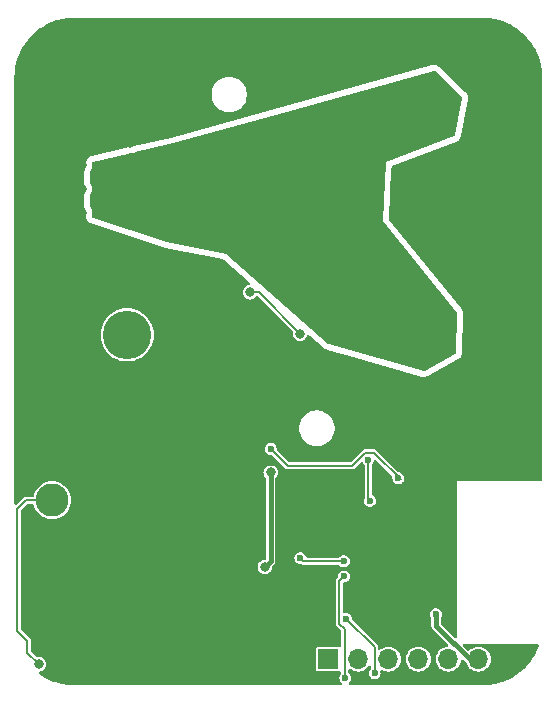
<source format=gbr>
%TF.GenerationSoftware,KiCad,Pcbnew,7.0.7*%
%TF.CreationDate,2023-09-08T11:43:04+10:00*%
%TF.ProjectId,JonoBro,4a6f6e6f-4272-46f2-9e6b-696361645f70,rev?*%
%TF.SameCoordinates,Original*%
%TF.FileFunction,Copper,L2,Bot*%
%TF.FilePolarity,Positive*%
%FSLAX46Y46*%
G04 Gerber Fmt 4.6, Leading zero omitted, Abs format (unit mm)*
G04 Created by KiCad (PCBNEW 7.0.7) date 2023-09-08 11:43:04*
%MOMM*%
%LPD*%
G01*
G04 APERTURE LIST*
%TA.AperFunction,ComponentPad*%
%ADD10R,1.700000X1.700000*%
%TD*%
%TA.AperFunction,ComponentPad*%
%ADD11O,1.700000X1.700000*%
%TD*%
%TA.AperFunction,ComponentPad*%
%ADD12C,2.800000*%
%TD*%
%TA.AperFunction,ComponentPad*%
%ADD13R,2.000000X0.900000*%
%TD*%
%TA.AperFunction,ComponentPad*%
%ADD14R,4.100000X4.100000*%
%TD*%
%TA.AperFunction,ComponentPad*%
%ADD15C,4.100000*%
%TD*%
%TA.AperFunction,ViaPad*%
%ADD16C,0.800000*%
%TD*%
%TA.AperFunction,ViaPad*%
%ADD17C,0.600000*%
%TD*%
%TA.AperFunction,Conductor*%
%ADD18C,0.400000*%
%TD*%
%TA.AperFunction,Conductor*%
%ADD19C,0.200000*%
%TD*%
G04 APERTURE END LIST*
D10*
%TO.P,J5,1,Pin_1*%
%TO.N,GND*%
X144974320Y-118053731D03*
D11*
%TO.P,J5,2,Pin_2*%
%TO.N,unconnected-(J5-Pin_2-Pad2)*%
X147514320Y-118053731D03*
%TO.P,J5,3,Pin_3*%
%TO.N,Net-(J5-Pin_3)*%
X150054320Y-118053731D03*
%TO.P,J5,4,Pin_4*%
%TO.N,Net-(J5-Pin_4)*%
X152594320Y-118053731D03*
%TO.P,J5,5,Pin_5*%
%TO.N,unconnected-(J5-Pin_5-Pad5)*%
X155134320Y-118053731D03*
%TO.P,J5,6,Pin_6*%
%TO.N,+3.3V*%
X157674320Y-118053731D03*
%TD*%
D12*
%TO.P,TP3,1,1*%
%TO.N,SWITCH*%
X121600000Y-104600000D03*
%TD*%
D13*
%TO.P,J1,1,Pin_1*%
%TO.N,+12V*%
X121850000Y-81571987D03*
D14*
X127850000Y-71221987D03*
D13*
X121850000Y-68071987D03*
D15*
%TO.P,J1,2,Pin_2*%
%TO.N,Net-(D4-A)*%
X127850000Y-78421987D03*
%TD*%
D13*
%TO.P,J2,1,Pin_1*%
%TO.N,+12V*%
X159138353Y-87503731D03*
D14*
X153138353Y-97853731D03*
D13*
X159138353Y-101003731D03*
D15*
%TO.P,J2,2,Pin_2*%
%TO.N,Net-(D4-A)*%
X153138353Y-90653731D03*
%TD*%
D13*
%TO.P,J4,1,Pin_1*%
%TO.N,+12V*%
X121950000Y-100950000D03*
D14*
X127950000Y-97800000D03*
D13*
X121950000Y-87450000D03*
D15*
%TO.P,J4,2,Pin_2*%
%TO.N,GND*%
X127950000Y-90600000D03*
%TD*%
D13*
%TO.P,J3,1,Pin_1*%
%TO.N,+12V*%
X159062574Y-68479017D03*
D14*
X153062574Y-78829017D03*
D13*
X159062574Y-81979017D03*
D15*
%TO.P,J3,2,Pin_2*%
%TO.N,Net-(D4-A)*%
X153062574Y-71629017D03*
%TD*%
D16*
%TO.N,+3.3V*%
X139588353Y-110253731D03*
D17*
X154088353Y-114253731D03*
D16*
X140088353Y-102253731D03*
D17*
%TO.N,MOSFET*%
X150901103Y-102728231D03*
X140088353Y-100253731D03*
D16*
%TO.N,+12V*%
X124800000Y-100600000D03*
X160088353Y-78253731D03*
X120500000Y-92262294D03*
X157088353Y-92253731D03*
X127690313Y-101105036D03*
X120500000Y-94253731D03*
X119500000Y-73000000D03*
X160088353Y-80253731D03*
X134088353Y-68253731D03*
X122088353Y-99253731D03*
X124088353Y-70253731D03*
X142088353Y-68253731D03*
X150688353Y-64653731D03*
X130088353Y-68253731D03*
X159088353Y-93253731D03*
X150688353Y-67053731D03*
X122682711Y-71327774D03*
X161634014Y-83253731D03*
X141338353Y-103503731D03*
X125088353Y-64809858D03*
X130658071Y-97203387D03*
X154088353Y-76253731D03*
X119205743Y-91500000D03*
X156088353Y-82253731D03*
X161634014Y-91253731D03*
X148088353Y-68253731D03*
X161634014Y-79253731D03*
X158088353Y-70253731D03*
X161634014Y-89253731D03*
X124088353Y-72253731D03*
X124088353Y-74253731D03*
X119500000Y-77500000D03*
X124088353Y-92253731D03*
X160088353Y-72253731D03*
X124088353Y-78253731D03*
X126088353Y-74253731D03*
X152338861Y-94837473D03*
X122682711Y-73253731D03*
X160088353Y-76253731D03*
X124088353Y-80253731D03*
X161634014Y-95253731D03*
X161634014Y-85253731D03*
X119205743Y-93500000D03*
X124088353Y-96253731D03*
X161634014Y-69253731D03*
X157088353Y-100253731D03*
X119500000Y-71000000D03*
X119205743Y-89232981D03*
X158088353Y-72253731D03*
X121088353Y-78253731D03*
X161634014Y-73253731D03*
X132728347Y-70231587D03*
X157088353Y-85253731D03*
X156088353Y-80253731D03*
X121088353Y-70253731D03*
X130088353Y-101105036D03*
X120314198Y-100253731D03*
X161634014Y-81253731D03*
X155088353Y-85253731D03*
X122088353Y-89253731D03*
X140088353Y-70253731D03*
X132728347Y-72253731D03*
X160088353Y-70253731D03*
X157088353Y-90253731D03*
X158088353Y-74253731D03*
X144088353Y-68253731D03*
X140088353Y-68253731D03*
X159091508Y-83593187D03*
X159088353Y-99253731D03*
X160088353Y-74253731D03*
X122640753Y-109728039D03*
X156088353Y-78253731D03*
X124600000Y-110000000D03*
X128088353Y-68253731D03*
X156532932Y-68359835D03*
X119205743Y-95500000D03*
X132088353Y-68253731D03*
X142088353Y-70253731D03*
X161634014Y-75253731D03*
X161634014Y-99253731D03*
X121088353Y-76253731D03*
X161634014Y-97253731D03*
X128000000Y-83200000D03*
X157088353Y-83593187D03*
X157088353Y-96253731D03*
X157088353Y-94253731D03*
X122682711Y-75253731D03*
X122682711Y-79253731D03*
X124088353Y-66253731D03*
X123423513Y-64809858D03*
X124088353Y-90253731D03*
X119500000Y-69000000D03*
X120500000Y-98253731D03*
X122088353Y-95253731D03*
X130710024Y-99575907D03*
X146088353Y-68253731D03*
X124088353Y-86253731D03*
X121500000Y-80000000D03*
X125088353Y-84253731D03*
X120500000Y-90237532D03*
X126088353Y-82253731D03*
X123088353Y-84253731D03*
X128213878Y-74320162D03*
X158088353Y-80253731D03*
X159088353Y-97253731D03*
X159088353Y-85253731D03*
X161634014Y-71253731D03*
X122682711Y-77253731D03*
X120314198Y-86253731D03*
X122088353Y-86253731D03*
X121088353Y-74253731D03*
X159088353Y-95253731D03*
X159088353Y-89253731D03*
X158088353Y-76253731D03*
X161634014Y-93253731D03*
X121088353Y-72253731D03*
X122088353Y-97253731D03*
X130277082Y-95211856D03*
X158088353Y-78253731D03*
X120500000Y-96253731D03*
X124088353Y-76253731D03*
X119205743Y-99000000D03*
X126534264Y-84400000D03*
X124088353Y-98253731D03*
X121088353Y-84253731D03*
X119500000Y-80000000D03*
X161634014Y-67198203D03*
X159088353Y-91253731D03*
X154511553Y-94837473D03*
X126088353Y-68253731D03*
X156088353Y-76253731D03*
X157088353Y-98253731D03*
X161634014Y-87253731D03*
X161634014Y-77253731D03*
X154088353Y-82253731D03*
X122088353Y-93253731D03*
X124088353Y-94253731D03*
X119500000Y-75500000D03*
X122088353Y-91253731D03*
X140088353Y-64453731D03*
X140888353Y-66653731D03*
D17*
%TO.N,SYS_LED*%
X146283741Y-109771572D03*
X142600305Y-109496581D03*
%TO.N,Net-(U2-EN{slash}CHIP_PU)*%
X148350650Y-101179231D03*
X148488353Y-104653731D03*
%TO.N,SWITCH*%
X146414570Y-119653731D03*
D16*
X120500000Y-118500000D03*
D17*
X146288353Y-111053731D03*
D16*
%TO.N,Net-(Q1-G)*%
X142588353Y-90503731D03*
X138338353Y-87003731D03*
D17*
%TO.N,Net-(U2-GPIO9)*%
X146488353Y-114653731D03*
X148888353Y-119253731D03*
D16*
%TO.N,Net-(D4-A)*%
X144088353Y-75253731D03*
X132652798Y-76446708D03*
X138088353Y-80253731D03*
X136088353Y-74253731D03*
X155253767Y-88988708D03*
X151677328Y-86868310D03*
X153000000Y-93000000D03*
X131000000Y-77500000D03*
X148088353Y-87253731D03*
X140088353Y-78253731D03*
X134088353Y-75653731D03*
X142088353Y-81253731D03*
X152088353Y-88253731D03*
X129050764Y-75661633D03*
X138088353Y-76253731D03*
X146088353Y-87253731D03*
X146088353Y-85253731D03*
X144088353Y-81253731D03*
X144088353Y-79253731D03*
X142088353Y-83253731D03*
X146088353Y-89253731D03*
X148088353Y-91253731D03*
X142088353Y-73253731D03*
X136088353Y-82253731D03*
X148088353Y-89253731D03*
X148088353Y-81253731D03*
X136088353Y-78253731D03*
X146088353Y-81253731D03*
X150088353Y-83253731D03*
X150088353Y-85253731D03*
X155050227Y-73211949D03*
X136088353Y-80253731D03*
X132652798Y-80253731D03*
X142088353Y-75253731D03*
X146088353Y-75253731D03*
X134088353Y-77253731D03*
X148088353Y-83253731D03*
X138088353Y-74253731D03*
X146088353Y-79253731D03*
X153743529Y-69110370D03*
X134088353Y-79253731D03*
X148088353Y-85253731D03*
X125699970Y-76518114D03*
X146088353Y-83253731D03*
X146088353Y-77253731D03*
X144088353Y-73253731D03*
X134088353Y-81253731D03*
X148088353Y-73253731D03*
X140716973Y-82086847D03*
X144088353Y-85253731D03*
X142088353Y-77253731D03*
X148088353Y-79253731D03*
X140242265Y-85910886D03*
X141059818Y-84855978D03*
X144088353Y-77253731D03*
X151661197Y-74609941D03*
X132652798Y-78253731D03*
X139088353Y-82253731D03*
X155540239Y-70725594D03*
X150088353Y-89253731D03*
X130688353Y-81353731D03*
X136088353Y-76253731D03*
X142088353Y-79253731D03*
X150088353Y-87253731D03*
X140088353Y-80253731D03*
X146088353Y-71253731D03*
X148088353Y-75253731D03*
X146088353Y-73253731D03*
X138088353Y-78253731D03*
X148088353Y-77253731D03*
X131000000Y-79500000D03*
X150088353Y-71253731D03*
X140088353Y-76253731D03*
X148088353Y-71253731D03*
X153985616Y-87713223D03*
X140088353Y-74253731D03*
X155150383Y-91780071D03*
X144088353Y-83253731D03*
X125564736Y-80079272D03*
%TD*%
D18*
%TO.N,+3.3V*%
X140088353Y-102253731D02*
X140088353Y-109753731D01*
X157112996Y-118253731D02*
X157674320Y-118253731D01*
X140088353Y-109753731D02*
X139588353Y-110253731D01*
X154088353Y-114253731D02*
X154088353Y-115229088D01*
X154088353Y-115229088D02*
X157112996Y-118253731D01*
D19*
%TO.N,MOSFET*%
X140088353Y-100253731D02*
X141528515Y-101693893D01*
X148102121Y-100579231D02*
X148839353Y-100579231D01*
X146987459Y-101693893D02*
X148102121Y-100579231D01*
X148839353Y-100579231D02*
X151088353Y-102828231D01*
X141528515Y-101693893D02*
X146987459Y-101693893D01*
%TO.N,SYS_LED*%
X142600305Y-109496581D02*
X142581203Y-109496581D01*
X142857455Y-109753731D02*
X142600305Y-109496581D01*
X146265900Y-109753731D02*
X142857455Y-109753731D01*
X142581203Y-109496581D02*
X142588353Y-109503731D01*
X146283741Y-109771572D02*
X146265900Y-109753731D01*
%TO.N,Net-(U2-EN{slash}CHIP_PU)*%
X148350650Y-104516028D02*
X148350650Y-101179231D01*
X148488353Y-104653731D02*
X148350650Y-104516028D01*
%TO.N,SWITCH*%
X146414570Y-119653731D02*
X146364320Y-119603481D01*
X145888353Y-111453731D02*
X146288353Y-111053731D01*
X145888353Y-115053731D02*
X145888353Y-111453731D01*
X146364320Y-115529698D02*
X145888353Y-115053731D01*
X118638331Y-105361669D02*
X118638331Y-115638331D01*
X146364320Y-119603481D02*
X146364320Y-115529698D01*
X118638331Y-115638331D02*
X119500000Y-116500000D01*
X119500000Y-117500000D02*
X120500000Y-118500000D01*
X119500000Y-116500000D02*
X119500000Y-117500000D01*
X121600000Y-104600000D02*
X119400000Y-104600000D01*
X119400000Y-104600000D02*
X118638331Y-105361669D01*
%TO.N,Net-(Q1-G)*%
X138338353Y-87003731D02*
X139088353Y-87003731D01*
X139088353Y-87003731D02*
X142588353Y-90503731D01*
%TO.N,Net-(U2-GPIO9)*%
X148888353Y-119253731D02*
X148888353Y-117053731D01*
X148888353Y-117053731D02*
X146488353Y-114653731D01*
%TD*%
%TA.AperFunction,Conductor*%
%TO.N,Net-(D4-A)*%
G36*
X153990314Y-68273613D02*
G01*
X154039267Y-68302431D01*
X156240126Y-70407601D01*
X156274965Y-70468166D01*
X156276414Y-70519391D01*
X155700815Y-73685187D01*
X155669455Y-73747624D01*
X155623328Y-73778740D01*
X149838352Y-76003731D01*
X149588352Y-81003729D01*
X149588353Y-81003731D01*
X155859270Y-88717954D01*
X155886283Y-88782391D01*
X155886997Y-88799816D01*
X155790426Y-92083231D01*
X155768779Y-92149663D01*
X155726700Y-92187981D01*
X153133147Y-93628844D01*
X153064984Y-93644194D01*
X153039056Y-93639733D01*
X145015291Y-91361380D01*
X144967318Y-91335249D01*
X136338353Y-83753731D01*
X136338352Y-83753730D01*
X131292163Y-82754485D01*
X131284667Y-82752507D01*
X125027684Y-80675577D01*
X124970259Y-80635775D01*
X124943469Y-80571245D01*
X124948816Y-80519576D01*
X124974027Y-80441987D01*
X124993813Y-80253731D01*
X124974027Y-80065475D01*
X124915532Y-79885447D01*
X124820886Y-79721515D01*
X124820885Y-79721514D01*
X124817637Y-79715888D01*
X124819842Y-79714614D01*
X124800201Y-79659533D01*
X124800000Y-79652478D01*
X124800000Y-78854984D01*
X124818476Y-78792059D01*
X124817637Y-78791575D01*
X124819635Y-78788113D01*
X124819685Y-78787945D01*
X124819991Y-78787496D01*
X124820884Y-78785949D01*
X124820886Y-78785947D01*
X124915532Y-78622015D01*
X124974027Y-78441987D01*
X124993813Y-78253731D01*
X124974027Y-78065475D01*
X124915532Y-77885447D01*
X124820886Y-77721515D01*
X124820885Y-77721514D01*
X124817637Y-77715888D01*
X124819842Y-77714614D01*
X124800201Y-77659533D01*
X124800000Y-77652478D01*
X124800000Y-76854984D01*
X124818476Y-76792059D01*
X124817637Y-76791575D01*
X124819635Y-76788113D01*
X124819685Y-76787945D01*
X124819991Y-76787496D01*
X124820884Y-76785949D01*
X124820886Y-76785947D01*
X124915532Y-76622015D01*
X124974027Y-76441987D01*
X124993813Y-76253731D01*
X124974715Y-76072029D01*
X124987284Y-76003305D01*
X125035016Y-75952281D01*
X125070394Y-75938195D01*
X128019875Y-75264028D01*
X128195963Y-75223780D01*
X128223593Y-75220662D01*
X128308522Y-75220662D01*
X128308524Y-75220662D01*
X128493681Y-75181306D01*
X128600713Y-75133651D01*
X128623485Y-75126060D01*
X131500334Y-74468494D01*
X131800005Y-74399999D01*
X140522643Y-71983790D01*
X153920455Y-68272539D01*
X153990314Y-68273613D01*
G37*
%TD.AperFunction*%
%TD*%
%TA.AperFunction,Conductor*%
%TO.N,+12V*%
G36*
X158302444Y-63763083D02*
G01*
X158504492Y-63771911D01*
X158509407Y-63772324D01*
X158709704Y-63797290D01*
X158722675Y-63798907D01*
X158729934Y-63799862D01*
X158925885Y-63825658D01*
X158930428Y-63826432D01*
X159141243Y-63870634D01*
X159341096Y-63914939D01*
X159345336Y-63916038D01*
X159551946Y-63977547D01*
X159747254Y-64039127D01*
X159751114Y-64040487D01*
X159952084Y-64118904D01*
X160141360Y-64197304D01*
X160144865Y-64198885D01*
X160264682Y-64257459D01*
X160338794Y-64293690D01*
X160520618Y-64388340D01*
X160523727Y-64390074D01*
X160709290Y-64500645D01*
X160770016Y-64539331D01*
X160882298Y-64610862D01*
X160884957Y-64612656D01*
X161060914Y-64738286D01*
X161223722Y-64863213D01*
X161226050Y-64865090D01*
X161391109Y-65004886D01*
X161543537Y-65144560D01*
X161697531Y-65298553D01*
X161837194Y-65450968D01*
X161976996Y-65616034D01*
X161978872Y-65618361D01*
X162103798Y-65781165D01*
X162140128Y-65832048D01*
X162229420Y-65957109D01*
X162231241Y-65959808D01*
X162341442Y-66132789D01*
X162452022Y-66318368D01*
X162453756Y-66321477D01*
X162548412Y-66503310D01*
X162643207Y-66697217D01*
X162644788Y-66700722D01*
X162723195Y-66890014D01*
X162801597Y-67090943D01*
X162802969Y-67094838D01*
X162864557Y-67290171D01*
X162926046Y-67496713D01*
X162927154Y-67500986D01*
X162971484Y-67700945D01*
X163015655Y-67911609D01*
X163016445Y-67916242D01*
X163043189Y-68119395D01*
X163069769Y-68332655D01*
X163070186Y-68337621D01*
X163079156Y-68543076D01*
X163087853Y-68753361D01*
X163087853Y-102839181D01*
X163068168Y-102906220D01*
X163015364Y-102951975D01*
X162963853Y-102963181D01*
X155895840Y-102963181D01*
X155895840Y-116170819D01*
X155876155Y-116237858D01*
X155823351Y-116283613D01*
X155754193Y-116293557D01*
X155690637Y-116264532D01*
X155684159Y-116258500D01*
X154525172Y-115099513D01*
X154491687Y-115038190D01*
X154488853Y-115011832D01*
X154488853Y-114602063D01*
X154508538Y-114535024D01*
X154509254Y-114534067D01*
X154513721Y-114527113D01*
X154513730Y-114527104D01*
X154573518Y-114396188D01*
X154594000Y-114253731D01*
X154573518Y-114111274D01*
X154513730Y-113980358D01*
X154419481Y-113871588D01*
X154298406Y-113793778D01*
X154298404Y-113793777D01*
X154298402Y-113793776D01*
X154298403Y-113793776D01*
X154160316Y-113753231D01*
X154160314Y-113753231D01*
X154016392Y-113753231D01*
X154016389Y-113753231D01*
X153878302Y-113793776D01*
X153757226Y-113871587D01*
X153662976Y-113980357D01*
X153662975Y-113980359D01*
X153603187Y-114111274D01*
X153582706Y-114253730D01*
X153603187Y-114396187D01*
X153642476Y-114482216D01*
X153662976Y-114527104D01*
X153662980Y-114527109D01*
X153667771Y-114534564D01*
X153664717Y-114536526D01*
X153686588Y-114584394D01*
X153687853Y-114602063D01*
X153687853Y-115292517D01*
X153687854Y-115292527D01*
X153694699Y-115313595D01*
X153699240Y-115332506D01*
X153702707Y-115354392D01*
X153702708Y-115354395D01*
X153712765Y-115374133D01*
X153720210Y-115392106D01*
X153727057Y-115413178D01*
X153740079Y-115431102D01*
X153750243Y-115447688D01*
X153760303Y-115467430D01*
X153781217Y-115488344D01*
X153781246Y-115488375D01*
X155091583Y-116798711D01*
X155125068Y-116860034D01*
X155120084Y-116929726D01*
X155078212Y-116985659D01*
X155016058Y-117009795D01*
X154928387Y-117018430D01*
X154730363Y-117078500D01*
X154658813Y-117116745D01*
X154547870Y-117176046D01*
X154547868Y-117176047D01*
X154547867Y-117176048D01*
X154387909Y-117307320D01*
X154256637Y-117467278D01*
X154256635Y-117467281D01*
X154235440Y-117506934D01*
X154159089Y-117649774D01*
X154099019Y-117847798D01*
X154078737Y-118053730D01*
X154099019Y-118259663D01*
X154099020Y-118259665D01*
X154159088Y-118457685D01*
X154256635Y-118640181D01*
X154270241Y-118656760D01*
X154387909Y-118800141D01*
X154454726Y-118854975D01*
X154547870Y-118931416D01*
X154730366Y-119028963D01*
X154928386Y-119089031D01*
X154928385Y-119089031D01*
X154931462Y-119089334D01*
X155134320Y-119109314D01*
X155340254Y-119089031D01*
X155538274Y-119028963D01*
X155720770Y-118931416D01*
X155880730Y-118800141D01*
X156012005Y-118640181D01*
X156109552Y-118457685D01*
X156169620Y-118259665D01*
X156178255Y-118171992D01*
X156204416Y-118107206D01*
X156261450Y-118066847D01*
X156331250Y-118063730D01*
X156389337Y-118096465D01*
X156454735Y-118161862D01*
X156654712Y-118361839D01*
X156685691Y-118413523D01*
X156699088Y-118457684D01*
X156699088Y-118457685D01*
X156796635Y-118640181D01*
X156810241Y-118656760D01*
X156927909Y-118800141D01*
X156994726Y-118854975D01*
X157087870Y-118931416D01*
X157270366Y-119028963D01*
X157468386Y-119089031D01*
X157468385Y-119089031D01*
X157471462Y-119089334D01*
X157674320Y-119109314D01*
X157880254Y-119089031D01*
X158078274Y-119028963D01*
X158260770Y-118931416D01*
X158420730Y-118800141D01*
X158552005Y-118640181D01*
X158649552Y-118457685D01*
X158709620Y-118259665D01*
X158729903Y-118053731D01*
X158709620Y-117847797D01*
X158649552Y-117649777D01*
X158552005Y-117467281D01*
X158476707Y-117375529D01*
X158420730Y-117307320D01*
X158260772Y-117176048D01*
X158260773Y-117176048D01*
X158260770Y-117176046D01*
X158078274Y-117078499D01*
X157880254Y-117018431D01*
X157880252Y-117018430D01*
X157880254Y-117018430D01*
X157704637Y-117001134D01*
X157677160Y-116990039D01*
X157666784Y-116996708D01*
X157644003Y-117001134D01*
X157468387Y-117018430D01*
X157270363Y-117078500D01*
X157087866Y-117176048D01*
X156927909Y-117307321D01*
X156926829Y-117308638D01*
X156926089Y-117309141D01*
X156923603Y-117311628D01*
X156923131Y-117311156D01*
X156869079Y-117347967D01*
X156799234Y-117349831D01*
X156743302Y-117317645D01*
X156391069Y-116965412D01*
X156357584Y-116904089D01*
X156362568Y-116834397D01*
X156404440Y-116778464D01*
X156469904Y-116754047D01*
X156478750Y-116753731D01*
X157631849Y-116753731D01*
X157673838Y-116766060D01*
X157693686Y-116755903D01*
X157716791Y-116753731D01*
X162683586Y-116753731D01*
X162750625Y-116773416D01*
X162796380Y-116826220D01*
X162806324Y-116895378D01*
X162799103Y-116922806D01*
X162721519Y-117121637D01*
X162645415Y-117305362D01*
X162643834Y-117308866D01*
X162546740Y-117507473D01*
X162454556Y-117684551D01*
X162452822Y-117687660D01*
X162339795Y-117877342D01*
X162232245Y-118046157D01*
X162230413Y-118048872D01*
X162102192Y-118228454D01*
X161980096Y-118387571D01*
X161978219Y-118389899D01*
X161835614Y-118558271D01*
X161699018Y-118707337D01*
X161541976Y-118864377D01*
X161392919Y-119000960D01*
X161224538Y-119143568D01*
X161222211Y-119145445D01*
X161063099Y-119267534D01*
X160883507Y-119395757D01*
X160880792Y-119397588D01*
X160711967Y-119505141D01*
X160522301Y-119618155D01*
X160519192Y-119619889D01*
X160342100Y-119712076D01*
X160143491Y-119809167D01*
X160139987Y-119810748D01*
X159956284Y-119886839D01*
X159749794Y-119967408D01*
X159745900Y-119968780D01*
X159557510Y-120028179D01*
X159344087Y-120091715D01*
X159339815Y-120092823D01*
X159149194Y-120135082D01*
X158929240Y-120181198D01*
X158924608Y-120181988D01*
X158736236Y-120206786D01*
X158508272Y-120235199D01*
X158503306Y-120235616D01*
X158339517Y-120242767D01*
X158086464Y-120253231D01*
X146827311Y-120253231D01*
X146760272Y-120233546D01*
X146714517Y-120180742D01*
X146704573Y-120111584D01*
X146733598Y-120048028D01*
X146745336Y-120036290D01*
X146745694Y-120035876D01*
X146745698Y-120035874D01*
X146839947Y-119927104D01*
X146899735Y-119796188D01*
X146920217Y-119653731D01*
X146899735Y-119511274D01*
X146839947Y-119380358D01*
X146839945Y-119380356D01*
X146839944Y-119380353D01*
X146745703Y-119271593D01*
X146745697Y-119271587D01*
X146721778Y-119256215D01*
X146676025Y-119203410D01*
X146664820Y-119151901D01*
X146664820Y-118977713D01*
X146684505Y-118910674D01*
X146737309Y-118864919D01*
X146806467Y-118854975D01*
X146867485Y-118881860D01*
X146924050Y-118928281D01*
X146927870Y-118931416D01*
X147110366Y-119028963D01*
X147308386Y-119089031D01*
X147308385Y-119089031D01*
X147311462Y-119089334D01*
X147514320Y-119109314D01*
X147720254Y-119089031D01*
X147918274Y-119028963D01*
X148100770Y-118931416D01*
X148260730Y-118800141D01*
X148368000Y-118669431D01*
X148425745Y-118630097D01*
X148495589Y-118628226D01*
X148555358Y-118664413D01*
X148586074Y-118727169D01*
X148587853Y-118748096D01*
X148587853Y-118789991D01*
X148568168Y-118857030D01*
X148557566Y-118871193D01*
X148462978Y-118980353D01*
X148462975Y-118980359D01*
X148403187Y-119111274D01*
X148382706Y-119253731D01*
X148403187Y-119396187D01*
X148462975Y-119527102D01*
X148462976Y-119527104D01*
X148557225Y-119635874D01*
X148678300Y-119713684D01*
X148678303Y-119713685D01*
X148678302Y-119713685D01*
X148785460Y-119745148D01*
X148801713Y-119749921D01*
X148816389Y-119754230D01*
X148816391Y-119754231D01*
X148816392Y-119754231D01*
X148960315Y-119754231D01*
X148960315Y-119754230D01*
X149067474Y-119722766D01*
X149098403Y-119713685D01*
X149098403Y-119713684D01*
X149098406Y-119713684D01*
X149219481Y-119635874D01*
X149313730Y-119527104D01*
X149373518Y-119396188D01*
X149394000Y-119253731D01*
X149373518Y-119111274D01*
X149373517Y-119111272D01*
X149372515Y-119104302D01*
X149382459Y-119035144D01*
X149428213Y-118982340D01*
X149495253Y-118962655D01*
X149553706Y-118977296D01*
X149650366Y-119028963D01*
X149848386Y-119089031D01*
X149848385Y-119089031D01*
X149851462Y-119089334D01*
X150054320Y-119109314D01*
X150260254Y-119089031D01*
X150458274Y-119028963D01*
X150640770Y-118931416D01*
X150800730Y-118800141D01*
X150932005Y-118640181D01*
X151029552Y-118457685D01*
X151089620Y-118259665D01*
X151109903Y-118053731D01*
X151109903Y-118053730D01*
X151538737Y-118053730D01*
X151559019Y-118259663D01*
X151559020Y-118259665D01*
X151619088Y-118457685D01*
X151716635Y-118640181D01*
X151730241Y-118656760D01*
X151847909Y-118800141D01*
X151914726Y-118854975D01*
X152007870Y-118931416D01*
X152190366Y-119028963D01*
X152388386Y-119089031D01*
X152388385Y-119089031D01*
X152391462Y-119089334D01*
X152594320Y-119109314D01*
X152800254Y-119089031D01*
X152998274Y-119028963D01*
X153180770Y-118931416D01*
X153340730Y-118800141D01*
X153472005Y-118640181D01*
X153569552Y-118457685D01*
X153629620Y-118259665D01*
X153649903Y-118053731D01*
X153629620Y-117847797D01*
X153569552Y-117649777D01*
X153472005Y-117467281D01*
X153396707Y-117375529D01*
X153340730Y-117307320D01*
X153180772Y-117176048D01*
X153180773Y-117176048D01*
X153180770Y-117176046D01*
X152998274Y-117078499D01*
X152800254Y-117018431D01*
X152800252Y-117018430D01*
X152800254Y-117018430D01*
X152594320Y-116998148D01*
X152388387Y-117018430D01*
X152190363Y-117078500D01*
X152118813Y-117116745D01*
X152007870Y-117176046D01*
X152007868Y-117176047D01*
X152007867Y-117176048D01*
X151847909Y-117307320D01*
X151716637Y-117467278D01*
X151716635Y-117467281D01*
X151695440Y-117506934D01*
X151619089Y-117649774D01*
X151559019Y-117847798D01*
X151538737Y-118053730D01*
X151109903Y-118053730D01*
X151089620Y-117847797D01*
X151029552Y-117649777D01*
X150932005Y-117467281D01*
X150856707Y-117375529D01*
X150800730Y-117307320D01*
X150640772Y-117176048D01*
X150640773Y-117176048D01*
X150640770Y-117176046D01*
X150458274Y-117078499D01*
X150260254Y-117018431D01*
X150260252Y-117018430D01*
X150260254Y-117018430D01*
X150072783Y-116999966D01*
X150054320Y-116998148D01*
X150054319Y-116998148D01*
X149848387Y-117018430D01*
X149650363Y-117078500D01*
X149467866Y-117176048D01*
X149391517Y-117238706D01*
X149327207Y-117266018D01*
X149258339Y-117254226D01*
X149206780Y-117207074D01*
X149188853Y-117142852D01*
X149188853Y-117116577D01*
X149189448Y-117108001D01*
X149191125Y-117095971D01*
X149191127Y-117095967D01*
X149188919Y-117048199D01*
X149188853Y-117045337D01*
X149188853Y-117025890D01*
X149188853Y-117025887D01*
X149188362Y-117023263D01*
X149187371Y-117014726D01*
X149187101Y-117008878D01*
X149185939Y-116983740D01*
X149183140Y-116977403D01*
X149174684Y-116950098D01*
X149173414Y-116943298D01*
X149157089Y-116916933D01*
X149153083Y-116909331D01*
X149140560Y-116880968D01*
X149140559Y-116880967D01*
X149140559Y-116880966D01*
X149135662Y-116876069D01*
X149117916Y-116853665D01*
X149114271Y-116847778D01*
X149089525Y-116829091D01*
X149083047Y-116823454D01*
X147027748Y-114768155D01*
X146994263Y-114706832D01*
X146992692Y-114662825D01*
X146994000Y-114653731D01*
X146973518Y-114511274D01*
X146913730Y-114380358D01*
X146819481Y-114271588D01*
X146698406Y-114193778D01*
X146698404Y-114193777D01*
X146698402Y-114193776D01*
X146698403Y-114193776D01*
X146560316Y-114153231D01*
X146560314Y-114153231D01*
X146416392Y-114153231D01*
X146416388Y-114153231D01*
X146347787Y-114173374D01*
X146277917Y-114173374D01*
X146219139Y-114135599D01*
X146190115Y-114072043D01*
X146188853Y-114054397D01*
X146188853Y-111678231D01*
X146208538Y-111611192D01*
X146261342Y-111565437D01*
X146312853Y-111554231D01*
X146360315Y-111554231D01*
X146360315Y-111554230D01*
X146498406Y-111513684D01*
X146619481Y-111435874D01*
X146713730Y-111327104D01*
X146773518Y-111196188D01*
X146794000Y-111053731D01*
X146773518Y-110911274D01*
X146713730Y-110780358D01*
X146619481Y-110671588D01*
X146498406Y-110593778D01*
X146498404Y-110593777D01*
X146498402Y-110593776D01*
X146498403Y-110593776D01*
X146360316Y-110553231D01*
X146360314Y-110553231D01*
X146216392Y-110553231D01*
X146216389Y-110553231D01*
X146078302Y-110593776D01*
X145957226Y-110671587D01*
X145862976Y-110780357D01*
X145862975Y-110780359D01*
X145803187Y-110911274D01*
X145782706Y-111053731D01*
X145782706Y-111053732D01*
X145784014Y-111062834D01*
X145774066Y-111131992D01*
X145748956Y-111168155D01*
X145720301Y-111196811D01*
X145713817Y-111202453D01*
X145704121Y-111209775D01*
X145671912Y-111245105D01*
X145669938Y-111247173D01*
X145656180Y-111260931D01*
X145656175Y-111260937D01*
X145654659Y-111263151D01*
X145649329Y-111269879D01*
X145628436Y-111292797D01*
X145628436Y-111292798D01*
X145625931Y-111299264D01*
X145612612Y-111324533D01*
X145608698Y-111330246D01*
X145608696Y-111330252D01*
X145601597Y-111360430D01*
X145599055Y-111368638D01*
X145587853Y-111397557D01*
X145587853Y-111404482D01*
X145584559Y-111432872D01*
X145582974Y-111439608D01*
X145582974Y-111439612D01*
X145587258Y-111470321D01*
X145587853Y-111478897D01*
X145587853Y-114990889D01*
X145587258Y-114999463D01*
X145585580Y-115011494D01*
X145587787Y-115059240D01*
X145587853Y-115062103D01*
X145587853Y-115081576D01*
X145588346Y-115084213D01*
X145589335Y-115092746D01*
X145590768Y-115123722D01*
X145590769Y-115123728D01*
X145593567Y-115130065D01*
X145602017Y-115157351D01*
X145603290Y-115164160D01*
X145603290Y-115164161D01*
X145619613Y-115190524D01*
X145623616Y-115198117D01*
X145636147Y-115226496D01*
X145636148Y-115226497D01*
X145636149Y-115226499D01*
X145641042Y-115231392D01*
X145658788Y-115253796D01*
X145662430Y-115259679D01*
X145662433Y-115259682D01*
X145687179Y-115278370D01*
X145693664Y-115284013D01*
X146027501Y-115617850D01*
X146060986Y-115679173D01*
X146063820Y-115705531D01*
X146063820Y-116896084D01*
X146044135Y-116963123D01*
X145991331Y-117008878D01*
X145922173Y-117018822D01*
X145914628Y-117016752D01*
X145914530Y-117017246D01*
X145844072Y-117003231D01*
X145844068Y-117003231D01*
X144104572Y-117003231D01*
X144104567Y-117003231D01*
X144046090Y-117014862D01*
X144046089Y-117014863D01*
X143979767Y-117059178D01*
X143935452Y-117125500D01*
X143935451Y-117125501D01*
X143923820Y-117183978D01*
X143923820Y-118923483D01*
X143935451Y-118981960D01*
X143935452Y-118981961D01*
X143979767Y-119048283D01*
X144046089Y-119092598D01*
X144046090Y-119092599D01*
X144104567Y-119104230D01*
X144104570Y-119104231D01*
X144104572Y-119104231D01*
X145844070Y-119104231D01*
X145844071Y-119104230D01*
X145862649Y-119100535D01*
X145914530Y-119090216D01*
X145915352Y-119094352D01*
X145961763Y-119089334D01*
X146024261Y-119120571D01*
X146059950Y-119180638D01*
X146063820Y-119211377D01*
X146063820Y-119247984D01*
X146044135Y-119315023D01*
X146033536Y-119329182D01*
X146017020Y-119348243D01*
X145989193Y-119380357D01*
X145989192Y-119380359D01*
X145929404Y-119511274D01*
X145908923Y-119653731D01*
X145929404Y-119796187D01*
X145989192Y-119927102D01*
X145989193Y-119927104D01*
X146083442Y-120035874D01*
X146083443Y-120035874D01*
X146089250Y-120042576D01*
X146088168Y-120043512D01*
X146120806Y-120094296D01*
X146120806Y-120164165D01*
X146083032Y-120222944D01*
X146019477Y-120251969D01*
X146001829Y-120253231D01*
X123400000Y-120253231D01*
X123189066Y-120244506D01*
X122983716Y-120235525D01*
X122978754Y-120235108D01*
X122767751Y-120208807D01*
X122562327Y-120181762D01*
X122557695Y-120180973D01*
X122348495Y-120137109D01*
X122147052Y-120092450D01*
X122142779Y-120091342D01*
X121937378Y-120030192D01*
X121740894Y-119968241D01*
X121736999Y-119966869D01*
X121536953Y-119888810D01*
X121346802Y-119810048D01*
X121343297Y-119808467D01*
X121150082Y-119714011D01*
X120967521Y-119618976D01*
X120964412Y-119617242D01*
X120779507Y-119507064D01*
X120605840Y-119396425D01*
X120603126Y-119394593D01*
X120545129Y-119353185D01*
X120501440Y-119321992D01*
X120458320Y-119267019D01*
X120451765Y-119197457D01*
X120483859Y-119135395D01*
X120544411Y-119100535D01*
X120557310Y-119098137D01*
X120586060Y-119094352D01*
X120656762Y-119085044D01*
X120802841Y-119024536D01*
X120928282Y-118928282D01*
X121024536Y-118802841D01*
X121085044Y-118656762D01*
X121105682Y-118500000D01*
X121100111Y-118457687D01*
X121091113Y-118389334D01*
X121085044Y-118343238D01*
X121024536Y-118197159D01*
X120928282Y-118071718D01*
X120802841Y-117975464D01*
X120656762Y-117914956D01*
X120656760Y-117914955D01*
X120500001Y-117894318D01*
X120499999Y-117894318D01*
X120400938Y-117907359D01*
X120331902Y-117896593D01*
X120297072Y-117872101D01*
X119836819Y-117411848D01*
X119803334Y-117350525D01*
X119800500Y-117324167D01*
X119800500Y-116562838D01*
X119801095Y-116554262D01*
X119802771Y-116542239D01*
X119802773Y-116542235D01*
X119800566Y-116494490D01*
X119800500Y-116491627D01*
X119800500Y-116472159D01*
X119800499Y-116472153D01*
X119800130Y-116470182D01*
X119800008Y-116469527D01*
X119799016Y-116460980D01*
X119797585Y-116430008D01*
X119794788Y-116423675D01*
X119786332Y-116396368D01*
X119785061Y-116389567D01*
X119768736Y-116363202D01*
X119764735Y-116355612D01*
X119752206Y-116327235D01*
X119747309Y-116322338D01*
X119729563Y-116299934D01*
X119725918Y-116294047D01*
X119701172Y-116275360D01*
X119694694Y-116269723D01*
X118975150Y-115550179D01*
X118941665Y-115488856D01*
X118938831Y-115462498D01*
X118938831Y-110253732D01*
X138982671Y-110253732D01*
X139003308Y-110410491D01*
X139003309Y-110410493D01*
X139063817Y-110556572D01*
X139160071Y-110682013D01*
X139285512Y-110778267D01*
X139431591Y-110838775D01*
X139509971Y-110849094D01*
X139588352Y-110859413D01*
X139588353Y-110859413D01*
X139588354Y-110859413D01*
X139640607Y-110852533D01*
X139745115Y-110838775D01*
X139891194Y-110778267D01*
X140016635Y-110682013D01*
X140112889Y-110556572D01*
X140173397Y-110410493D01*
X140194035Y-110253731D01*
X140194034Y-110253728D01*
X140194497Y-110250216D01*
X140222763Y-110186320D01*
X140229729Y-110178746D01*
X140393837Y-110014640D01*
X140393838Y-110014637D01*
X140400905Y-110007571D01*
X140400908Y-110007567D01*
X140416403Y-109992073D01*
X140426462Y-109972329D01*
X140436622Y-109955749D01*
X140449649Y-109937820D01*
X140456495Y-109916748D01*
X140463941Y-109898774D01*
X140473998Y-109879036D01*
X140473999Y-109879035D01*
X140477465Y-109857147D01*
X140482004Y-109838241D01*
X140488853Y-109817164D01*
X140488853Y-109690298D01*
X140488853Y-109496581D01*
X142094658Y-109496581D01*
X142115139Y-109639037D01*
X142121342Y-109652619D01*
X142174928Y-109769954D01*
X142269177Y-109878724D01*
X142390252Y-109956534D01*
X142390255Y-109956535D01*
X142390254Y-109956535D01*
X142497412Y-109987998D01*
X142523739Y-109995729D01*
X142528341Y-109997080D01*
X142528343Y-109997081D01*
X142634486Y-109997081D01*
X142685043Y-110011465D01*
X142685807Y-110009496D01*
X142696521Y-110013646D01*
X142696522Y-110013647D01*
X142699085Y-110014640D01*
X142702981Y-110016149D01*
X142728266Y-110029477D01*
X142733974Y-110033387D01*
X142764157Y-110040485D01*
X142772358Y-110043025D01*
X142801282Y-110054231D01*
X142808206Y-110054231D01*
X142836596Y-110057524D01*
X142843336Y-110059110D01*
X142874045Y-110054826D01*
X142882621Y-110054231D01*
X145809781Y-110054231D01*
X145876820Y-110073916D01*
X145903492Y-110097026D01*
X145952613Y-110153715D01*
X146073688Y-110231525D01*
X146073691Y-110231526D01*
X146073690Y-110231526D01*
X146211777Y-110272071D01*
X146211779Y-110272072D01*
X146211780Y-110272072D01*
X146355703Y-110272072D01*
X146355703Y-110272071D01*
X146493794Y-110231525D01*
X146614869Y-110153715D01*
X146709118Y-110044945D01*
X146768906Y-109914029D01*
X146789388Y-109771572D01*
X146768906Y-109629115D01*
X146709118Y-109498199D01*
X146614869Y-109389429D01*
X146493794Y-109311619D01*
X146493792Y-109311618D01*
X146493790Y-109311617D01*
X146493791Y-109311617D01*
X146355704Y-109271072D01*
X146355702Y-109271072D01*
X146211780Y-109271072D01*
X146211777Y-109271072D01*
X146073690Y-109311617D01*
X145952611Y-109389430D01*
X145934415Y-109410431D01*
X145875638Y-109448207D01*
X145840700Y-109453231D01*
X143207166Y-109453231D01*
X143140127Y-109433546D01*
X143094372Y-109380742D01*
X143088971Y-109362344D01*
X143087970Y-109362639D01*
X143085470Y-109354129D01*
X143085470Y-109354124D01*
X143066058Y-109311619D01*
X143025684Y-109223211D01*
X143025681Y-109223207D01*
X142931433Y-109114438D01*
X142810358Y-109036628D01*
X142810356Y-109036627D01*
X142810354Y-109036626D01*
X142810355Y-109036626D01*
X142672268Y-108996081D01*
X142672266Y-108996081D01*
X142528344Y-108996081D01*
X142528341Y-108996081D01*
X142390254Y-109036626D01*
X142269178Y-109114437D01*
X142174928Y-109223207D01*
X142174927Y-109223209D01*
X142115139Y-109354124D01*
X142094658Y-109496581D01*
X140488853Y-109496581D01*
X140488853Y-102760310D01*
X140508538Y-102693272D01*
X140514477Y-102684824D01*
X140516632Y-102682014D01*
X140516635Y-102682013D01*
X140612889Y-102556572D01*
X140673397Y-102410493D01*
X140694035Y-102253731D01*
X140688020Y-102208046D01*
X140673397Y-102096970D01*
X140673397Y-102096969D01*
X140612889Y-101950890D01*
X140516635Y-101825449D01*
X140391194Y-101729195D01*
X140245115Y-101668687D01*
X140245113Y-101668686D01*
X140088354Y-101648049D01*
X140088352Y-101648049D01*
X139931592Y-101668686D01*
X139931590Y-101668687D01*
X139785513Y-101729194D01*
X139660071Y-101825449D01*
X139563816Y-101950891D01*
X139503309Y-102096968D01*
X139503308Y-102096970D01*
X139482671Y-102253729D01*
X139482671Y-102253732D01*
X139503308Y-102410491D01*
X139503309Y-102410493D01*
X139555926Y-102537523D01*
X139563817Y-102556572D01*
X139660071Y-102682013D01*
X139660073Y-102682014D01*
X139662229Y-102684824D01*
X139687423Y-102749994D01*
X139687853Y-102760311D01*
X139687853Y-109526204D01*
X139668168Y-109593243D01*
X139615364Y-109638998D01*
X139580039Y-109649143D01*
X139431591Y-109668687D01*
X139431590Y-109668687D01*
X139285513Y-109729194D01*
X139160071Y-109825449D01*
X139063816Y-109950891D01*
X139003309Y-110096968D01*
X139003308Y-110096970D01*
X138982671Y-110253729D01*
X138982671Y-110253732D01*
X118938831Y-110253732D01*
X118938831Y-105537502D01*
X118958516Y-105470463D01*
X118975150Y-105449821D01*
X119488153Y-104936819D01*
X119549476Y-104903334D01*
X119575834Y-104900500D01*
X119928411Y-104900500D01*
X119995450Y-104920185D01*
X120041205Y-104972989D01*
X120048985Y-104995553D01*
X120073126Y-105096111D01*
X120169533Y-105328859D01*
X120301160Y-105543653D01*
X120301161Y-105543656D01*
X120301164Y-105543659D01*
X120464776Y-105735224D01*
X120613066Y-105861875D01*
X120656343Y-105898838D01*
X120656346Y-105898839D01*
X120871140Y-106030466D01*
X121103888Y-106126872D01*
X121103889Y-106126873D01*
X121348852Y-106185683D01*
X121600000Y-106205449D01*
X121851148Y-106185683D01*
X122096111Y-106126873D01*
X122328859Y-106030466D01*
X122543659Y-105898836D01*
X122735224Y-105735224D01*
X122898836Y-105543659D01*
X123030466Y-105328859D01*
X123126873Y-105096111D01*
X123185683Y-104851148D01*
X123205449Y-104600000D01*
X123185683Y-104348852D01*
X123126873Y-104103889D01*
X123030466Y-103871141D01*
X123030466Y-103871140D01*
X122898839Y-103656346D01*
X122898838Y-103656343D01*
X122861875Y-103613066D01*
X122735224Y-103464776D01*
X122608571Y-103356604D01*
X122543656Y-103301161D01*
X122543653Y-103301160D01*
X122328859Y-103169533D01*
X122096110Y-103073126D01*
X121851151Y-103014317D01*
X121600000Y-102994551D01*
X121348848Y-103014317D01*
X121103889Y-103073126D01*
X120871140Y-103169533D01*
X120656346Y-103301160D01*
X120656343Y-103301161D01*
X120464776Y-103464776D01*
X120301161Y-103656343D01*
X120301160Y-103656346D01*
X120169533Y-103871140D01*
X120073126Y-104103888D01*
X120048985Y-104204447D01*
X120014194Y-104265039D01*
X119952168Y-104297203D01*
X119928411Y-104299500D01*
X119462842Y-104299500D01*
X119454268Y-104298905D01*
X119442239Y-104297227D01*
X119442236Y-104297227D01*
X119417220Y-104298383D01*
X119394491Y-104299434D01*
X119391628Y-104299500D01*
X119372156Y-104299500D01*
X119372151Y-104299500D01*
X119372149Y-104299501D01*
X119369515Y-104299993D01*
X119360985Y-104300982D01*
X119330008Y-104302415D01*
X119330006Y-104302415D01*
X119323665Y-104305215D01*
X119296379Y-104313664D01*
X119289572Y-104314936D01*
X119289566Y-104314939D01*
X119263202Y-104331261D01*
X119255603Y-104335266D01*
X119227237Y-104347792D01*
X119222336Y-104352693D01*
X119199942Y-104370431D01*
X119194048Y-104374080D01*
X119175359Y-104398827D01*
X119169718Y-104405310D01*
X118612180Y-104962847D01*
X118550857Y-104996332D01*
X118481165Y-104991348D01*
X118425232Y-104949476D01*
X118400815Y-104884012D01*
X118400499Y-104875193D01*
X118400499Y-100253730D01*
X139582706Y-100253730D01*
X139603187Y-100396187D01*
X139662975Y-100527102D01*
X139662976Y-100527104D01*
X139757225Y-100635874D01*
X139878300Y-100713684D01*
X139878303Y-100713685D01*
X139878302Y-100713685D01*
X139985460Y-100745148D01*
X140013633Y-100753421D01*
X140016389Y-100754230D01*
X140016391Y-100754231D01*
X140112519Y-100754231D01*
X140179558Y-100773916D01*
X140200200Y-100790550D01*
X141271596Y-101861946D01*
X141277238Y-101868430D01*
X141284554Y-101878117D01*
X141284555Y-101878118D01*
X141284557Y-101878121D01*
X141299376Y-101891630D01*
X141319879Y-101910322D01*
X141321927Y-101912277D01*
X141335718Y-101926068D01*
X141337178Y-101927068D01*
X141337934Y-101927586D01*
X141344673Y-101932924D01*
X141367578Y-101953806D01*
X141367579Y-101953807D01*
X141367582Y-101953809D01*
X141367585Y-101953810D01*
X141374036Y-101956309D01*
X141399321Y-101969636D01*
X141405035Y-101973550D01*
X141435218Y-101980649D01*
X141443426Y-101983191D01*
X141472340Y-101994393D01*
X141472342Y-101994393D01*
X141479267Y-101994393D01*
X141507655Y-101997686D01*
X141514396Y-101999272D01*
X141545106Y-101994987D01*
X141553681Y-101994393D01*
X146924618Y-101994393D01*
X146933192Y-101994988D01*
X146945220Y-101996665D01*
X146945220Y-101996664D01*
X146945224Y-101996666D01*
X146988379Y-101994671D01*
X146992969Y-101994459D01*
X146995832Y-101994393D01*
X147015302Y-101994393D01*
X147015303Y-101994393D01*
X147017927Y-101993902D01*
X147026480Y-101992909D01*
X147027704Y-101992852D01*
X147057451Y-101991478D01*
X147063781Y-101988682D01*
X147091088Y-101980225D01*
X147097892Y-101978954D01*
X147124256Y-101962629D01*
X147131851Y-101958626D01*
X147160224Y-101946099D01*
X147165120Y-101941202D01*
X147187528Y-101923454D01*
X147193411Y-101919812D01*
X147212108Y-101895051D01*
X147217725Y-101888596D01*
X147713854Y-101392467D01*
X147775175Y-101358984D01*
X147844867Y-101363968D01*
X147900800Y-101405840D01*
X147914326Y-101428636D01*
X147925271Y-101452600D01*
X147925273Y-101452604D01*
X148019522Y-101561374D01*
X148019525Y-101561375D01*
X148019863Y-101561766D01*
X148048888Y-101625322D01*
X148050150Y-101642969D01*
X148050150Y-104381467D01*
X148038944Y-104432979D01*
X148003188Y-104511270D01*
X148003187Y-104511274D01*
X147982706Y-104653731D01*
X148003187Y-104796187D01*
X148028289Y-104851151D01*
X148062976Y-104927104D01*
X148157225Y-105035874D01*
X148278300Y-105113684D01*
X148278303Y-105113685D01*
X148278302Y-105113685D01*
X148385460Y-105145148D01*
X148415915Y-105154091D01*
X148416389Y-105154230D01*
X148416391Y-105154231D01*
X148416392Y-105154231D01*
X148560315Y-105154231D01*
X148560315Y-105154230D01*
X148698406Y-105113684D01*
X148819481Y-105035874D01*
X148913730Y-104927104D01*
X148973518Y-104796188D01*
X148994000Y-104653731D01*
X148973518Y-104511274D01*
X148913730Y-104380358D01*
X148819481Y-104271588D01*
X148819478Y-104271586D01*
X148819476Y-104271584D01*
X148708111Y-104200014D01*
X148662356Y-104147210D01*
X148651150Y-104095699D01*
X148651150Y-101642969D01*
X148670835Y-101575930D01*
X148681437Y-101561766D01*
X148681774Y-101561375D01*
X148681778Y-101561374D01*
X148776027Y-101452604D01*
X148835815Y-101321688D01*
X148840914Y-101286217D01*
X148869937Y-101222663D01*
X148928714Y-101184887D01*
X148998584Y-101184885D01*
X149051333Y-101216182D01*
X150372674Y-102537523D01*
X150406159Y-102598846D01*
X150407731Y-102642850D01*
X150395456Y-102728230D01*
X150415937Y-102870687D01*
X150464484Y-102976988D01*
X150475726Y-103001604D01*
X150569975Y-103110374D01*
X150691050Y-103188184D01*
X150691053Y-103188185D01*
X150691052Y-103188185D01*
X150829139Y-103228730D01*
X150829141Y-103228731D01*
X150829142Y-103228731D01*
X150973065Y-103228731D01*
X150973065Y-103228730D01*
X151111156Y-103188184D01*
X151232231Y-103110374D01*
X151248601Y-103091480D01*
X151281980Y-103064350D01*
X151283651Y-103063420D01*
X151355423Y-102976988D01*
X151391126Y-102870466D01*
X151390494Y-102856806D01*
X151391624Y-102833429D01*
X151402137Y-102760311D01*
X151406750Y-102728231D01*
X151386268Y-102585774D01*
X151326480Y-102454858D01*
X151232231Y-102346088D01*
X151111156Y-102268278D01*
X151111154Y-102268277D01*
X151111152Y-102268276D01*
X151111153Y-102268276D01*
X150973066Y-102227731D01*
X150973064Y-102227731D01*
X150964186Y-102227731D01*
X150897147Y-102208046D01*
X150876505Y-102191412D01*
X149096275Y-100411182D01*
X149090631Y-100404696D01*
X149083309Y-100395001D01*
X149047977Y-100362791D01*
X149045926Y-100360833D01*
X149032150Y-100347057D01*
X149029939Y-100345542D01*
X149023206Y-100340209D01*
X149000286Y-100319315D01*
X148993823Y-100316811D01*
X148968545Y-100303487D01*
X148962834Y-100299575D01*
X148962831Y-100299574D01*
X148962832Y-100299574D01*
X148932655Y-100292475D01*
X148924447Y-100289934D01*
X148895526Y-100278731D01*
X148888602Y-100278731D01*
X148860211Y-100275437D01*
X148853472Y-100273852D01*
X148822762Y-100278136D01*
X148814187Y-100278731D01*
X148164962Y-100278731D01*
X148156388Y-100278136D01*
X148144359Y-100276458D01*
X148144356Y-100276458D01*
X148119340Y-100277614D01*
X148096611Y-100278665D01*
X148093748Y-100278731D01*
X148074276Y-100278731D01*
X148073328Y-100278908D01*
X148071636Y-100279224D01*
X148063108Y-100280213D01*
X148033918Y-100281563D01*
X148032129Y-100281646D01*
X148025784Y-100284446D01*
X147998501Y-100292896D01*
X147991689Y-100294169D01*
X147991688Y-100294170D01*
X147965327Y-100310491D01*
X147957728Y-100314496D01*
X147929356Y-100327024D01*
X147924457Y-100331924D01*
X147902063Y-100349662D01*
X147896169Y-100353311D01*
X147877480Y-100378058D01*
X147871839Y-100384541D01*
X146899307Y-101357074D01*
X146837984Y-101390559D01*
X146811626Y-101393393D01*
X141704348Y-101393393D01*
X141637309Y-101373708D01*
X141616667Y-101357074D01*
X140627748Y-100368155D01*
X140594263Y-100306832D01*
X140592692Y-100262825D01*
X140594000Y-100253731D01*
X140573518Y-100111274D01*
X140513730Y-99980358D01*
X140419481Y-99871588D01*
X140298406Y-99793778D01*
X140298404Y-99793777D01*
X140298402Y-99793776D01*
X140298403Y-99793776D01*
X140160316Y-99753231D01*
X140160314Y-99753231D01*
X140016392Y-99753231D01*
X140016389Y-99753231D01*
X139878302Y-99793776D01*
X139757226Y-99871587D01*
X139662976Y-99980357D01*
X139662975Y-99980359D01*
X139603187Y-100111274D01*
X139582706Y-100253730D01*
X118400499Y-100253730D01*
X118400499Y-98624334D01*
X142499500Y-98624334D01*
X142540429Y-98869616D01*
X142621169Y-99104802D01*
X142621172Y-99104811D01*
X142739524Y-99323506D01*
X142739526Y-99323509D01*
X142892262Y-99519744D01*
X143051744Y-99666557D01*
X143075217Y-99688166D01*
X143283393Y-99824173D01*
X143511118Y-99924063D01*
X143733418Y-99980357D01*
X143752179Y-99985108D01*
X143752181Y-99985108D01*
X143752186Y-99985109D01*
X143885376Y-99996145D01*
X143937933Y-100000500D01*
X143937935Y-100000500D01*
X144062065Y-100000500D01*
X144062067Y-100000500D01*
X144123284Y-99995427D01*
X144247813Y-99985109D01*
X144247816Y-99985108D01*
X144247821Y-99985108D01*
X144488881Y-99924063D01*
X144716607Y-99824173D01*
X144924785Y-99688164D01*
X145107738Y-99519744D01*
X145260474Y-99323509D01*
X145378828Y-99104810D01*
X145459571Y-98869614D01*
X145500500Y-98624335D01*
X145500500Y-98375665D01*
X145459571Y-98130386D01*
X145378828Y-97895190D01*
X145260474Y-97676491D01*
X145107738Y-97480256D01*
X144924785Y-97311836D01*
X144924782Y-97311833D01*
X144716606Y-97175826D01*
X144488881Y-97075936D01*
X144247824Y-97014892D01*
X144247813Y-97014890D01*
X144082548Y-97001197D01*
X144062067Y-96999500D01*
X143937933Y-96999500D01*
X143918521Y-97001108D01*
X143752186Y-97014890D01*
X143752175Y-97014892D01*
X143511118Y-97075936D01*
X143283393Y-97175826D01*
X143075217Y-97311833D01*
X142892261Y-97480257D01*
X142739524Y-97676493D01*
X142621172Y-97895188D01*
X142621169Y-97895197D01*
X142540429Y-98130383D01*
X142499500Y-98375665D01*
X142499500Y-98624334D01*
X118400499Y-98624334D01*
X118400499Y-90600007D01*
X125694671Y-90600007D01*
X125713964Y-90894363D01*
X125713965Y-90894373D01*
X125713966Y-90894380D01*
X125740597Y-91028267D01*
X125771518Y-91183716D01*
X125771521Y-91183730D01*
X125866349Y-91463080D01*
X125996825Y-91727660D01*
X125996829Y-91727667D01*
X126160725Y-91972955D01*
X126355241Y-92194758D01*
X126577044Y-92389274D01*
X126777805Y-92523418D01*
X126822335Y-92553172D01*
X127086923Y-92683652D01*
X127366278Y-92778481D01*
X127655620Y-92836034D01*
X127683888Y-92837886D01*
X127949993Y-92855329D01*
X127950000Y-92855329D01*
X127950007Y-92855329D01*
X128185675Y-92839881D01*
X128244380Y-92836034D01*
X128533722Y-92778481D01*
X128813077Y-92683652D01*
X129077665Y-92553172D01*
X129322957Y-92389273D01*
X129544758Y-92194758D01*
X129739273Y-91972957D01*
X129903172Y-91727665D01*
X130033652Y-91463077D01*
X130128481Y-91183722D01*
X130186034Y-90894380D01*
X130191789Y-90806572D01*
X130205329Y-90600007D01*
X130205329Y-90599992D01*
X130186035Y-90305636D01*
X130186034Y-90305620D01*
X130128481Y-90016278D01*
X130033652Y-89736923D01*
X129903172Y-89472336D01*
X129739273Y-89227043D01*
X129696655Y-89178447D01*
X129544758Y-89005241D01*
X129322955Y-88810725D01*
X129077667Y-88646829D01*
X129077660Y-88646825D01*
X128813080Y-88516349D01*
X128533730Y-88421521D01*
X128533724Y-88421519D01*
X128533722Y-88421519D01*
X128244380Y-88363966D01*
X128244373Y-88363965D01*
X128244363Y-88363964D01*
X127950007Y-88344671D01*
X127949993Y-88344671D01*
X127655636Y-88363964D01*
X127655624Y-88363965D01*
X127655620Y-88363966D01*
X127655612Y-88363967D01*
X127655609Y-88363968D01*
X127366283Y-88421518D01*
X127366269Y-88421521D01*
X127086919Y-88516349D01*
X126822334Y-88646828D01*
X126577041Y-88810728D01*
X126355241Y-89005241D01*
X126160728Y-89227041D01*
X125996828Y-89472334D01*
X125866349Y-89736919D01*
X125771521Y-90016269D01*
X125771518Y-90016283D01*
X125713968Y-90305609D01*
X125713964Y-90305636D01*
X125694671Y-90599992D01*
X125694671Y-90600007D01*
X118400499Y-90600007D01*
X118400499Y-79659677D01*
X124294500Y-79659677D01*
X124294906Y-79673929D01*
X124295520Y-79688295D01*
X124324066Y-79829315D01*
X124343707Y-79884396D01*
X124343707Y-79884395D01*
X124352649Y-79909471D01*
X124354923Y-79911500D01*
X124364770Y-79930943D01*
X124379859Y-79968634D01*
X124379860Y-79968637D01*
X124444674Y-80080897D01*
X124455218Y-80104579D01*
X124472821Y-80158756D01*
X124478211Y-80184114D01*
X124484165Y-80240771D01*
X124484165Y-80266690D01*
X124478212Y-80323341D01*
X124472823Y-80348697D01*
X124468061Y-80363353D01*
X124468057Y-80363365D01*
X124445999Y-80467550D01*
X124440654Y-80519199D01*
X124440909Y-80625689D01*
X124440909Y-80625691D01*
X124476601Y-80765058D01*
X124476605Y-80765072D01*
X124502539Y-80827538D01*
X124502924Y-80828570D01*
X124503398Y-80829606D01*
X124576911Y-80953276D01*
X124576913Y-80953279D01*
X124682297Y-81051237D01*
X124739722Y-81091039D01*
X124868434Y-81155337D01*
X131132913Y-83234755D01*
X131148055Y-83239262D01*
X131170827Y-83245270D01*
X131186222Y-83248822D01*
X136074108Y-84216719D01*
X136131862Y-84245202D01*
X138345033Y-86189722D01*
X138382402Y-86248758D01*
X138381922Y-86318626D01*
X138343745Y-86377143D01*
X138279991Y-86405730D01*
X138279374Y-86405813D01*
X138197226Y-86416628D01*
X138181591Y-86418687D01*
X138181590Y-86418687D01*
X138035513Y-86479194D01*
X137910071Y-86575449D01*
X137813816Y-86700891D01*
X137753309Y-86846968D01*
X137753308Y-86846970D01*
X137732671Y-87003729D01*
X137732671Y-87003732D01*
X137753308Y-87160491D01*
X137753309Y-87160493D01*
X137813817Y-87306572D01*
X137910071Y-87432013D01*
X138035512Y-87528267D01*
X138181591Y-87588775D01*
X138259972Y-87599094D01*
X138338352Y-87609413D01*
X138338353Y-87609413D01*
X138338354Y-87609413D01*
X138390606Y-87602533D01*
X138495115Y-87588775D01*
X138641194Y-87528267D01*
X138766635Y-87432013D01*
X138821681Y-87360275D01*
X138878103Y-87319075D01*
X138947849Y-87314920D01*
X139007734Y-87348083D01*
X141960454Y-90300803D01*
X141993939Y-90362126D01*
X141995712Y-90404669D01*
X141982671Y-90503729D01*
X141982671Y-90503732D01*
X142003308Y-90660491D01*
X142003309Y-90660493D01*
X142063817Y-90806572D01*
X142160071Y-90932013D01*
X142285512Y-91028267D01*
X142431591Y-91088775D01*
X142509971Y-91099094D01*
X142588352Y-91109413D01*
X142588353Y-91109413D01*
X142588354Y-91109413D01*
X142640607Y-91102533D01*
X142745115Y-91088775D01*
X142891194Y-91028267D01*
X143016635Y-90932013D01*
X143112889Y-90806572D01*
X143173397Y-90660493D01*
X143173397Y-90660491D01*
X143176507Y-90652984D01*
X143180513Y-90654643D01*
X143186753Y-90633395D01*
X143239557Y-90587640D01*
X143308715Y-90577696D01*
X143372271Y-90606721D01*
X143372913Y-90607281D01*
X143433477Y-90660493D01*
X144633668Y-91714996D01*
X144725516Y-91779166D01*
X144773489Y-91805297D01*
X144850620Y-91836796D01*
X144877205Y-91847653D01*
X144877208Y-91847654D01*
X144877213Y-91847656D01*
X144877219Y-91847657D01*
X144877226Y-91847660D01*
X146492363Y-92306279D01*
X152913901Y-94129679D01*
X152934878Y-94134447D01*
X152940106Y-94135636D01*
X152940108Y-94135636D01*
X152979266Y-94142374D01*
X152995081Y-94144236D01*
X153032604Y-94148656D01*
X153176039Y-94137344D01*
X153244202Y-94121994D01*
X153378640Y-94070730D01*
X155972193Y-92629867D01*
X156067049Y-92561736D01*
X156109128Y-92523418D01*
X156185814Y-92435341D01*
X156249406Y-92306276D01*
X156271053Y-92239844D01*
X156295708Y-92098092D01*
X156392540Y-88805789D01*
X156392437Y-88788005D01*
X156391359Y-88761695D01*
X156388652Y-88726214D01*
X156368028Y-88646825D01*
X156352479Y-88586969D01*
X156352476Y-88586962D01*
X156352475Y-88586956D01*
X156343470Y-88565476D01*
X156325466Y-88522527D01*
X156325463Y-88522523D01*
X156325462Y-88522519D01*
X156251518Y-88399094D01*
X156222962Y-88363966D01*
X150132905Y-80872229D01*
X150105892Y-80807792D01*
X150105279Y-80787820D01*
X150322767Y-76438043D01*
X150345773Y-76372074D01*
X150400796Y-76329013D01*
X150401987Y-76328547D01*
X155804792Y-74250546D01*
X155860788Y-74221371D01*
X155906011Y-74197810D01*
X155906013Y-74197808D01*
X155906018Y-74197806D01*
X155952145Y-74166690D01*
X156038959Y-74092584D01*
X156121178Y-73974509D01*
X156122469Y-73971937D01*
X156152532Y-73912085D01*
X156152535Y-73912077D01*
X156152538Y-73912072D01*
X156152539Y-73912069D01*
X156198161Y-73775614D01*
X156773760Y-70609818D01*
X156781712Y-70505098D01*
X156781711Y-70505085D01*
X156781712Y-70505077D01*
X156780263Y-70453887D01*
X156780263Y-70453873D01*
X156766405Y-70349771D01*
X156713142Y-70216112D01*
X156678303Y-70155547D01*
X156678301Y-70155544D01*
X156589539Y-70042306D01*
X154388680Y-67937136D01*
X154388672Y-67937130D01*
X154388668Y-67937126D01*
X154295719Y-67866813D01*
X154295701Y-67866801D01*
X154246767Y-67837995D01*
X154246762Y-67837992D01*
X154246759Y-67837991D01*
X154140169Y-67790836D01*
X154140167Y-67790835D01*
X154140166Y-67790835D01*
X153998086Y-67768172D01*
X153928228Y-67767099D01*
X153928226Y-67767099D01*
X153928225Y-67767099D01*
X153928224Y-67767099D01*
X153785511Y-67785384D01*
X153785510Y-67785384D01*
X131677508Y-73909395D01*
X131674780Y-73910083D01*
X128498888Y-74636002D01*
X128498884Y-74636002D01*
X128498880Y-74636004D01*
X128475266Y-74642622D01*
X128475267Y-74642621D01*
X128429221Y-74657970D01*
X128429207Y-74657976D01*
X128416555Y-74662887D01*
X128406322Y-74666860D01*
X128406323Y-74666860D01*
X128406318Y-74666862D01*
X128387720Y-74675142D01*
X128348516Y-74692597D01*
X128323864Y-74700607D01*
X128282309Y-74709440D01*
X128268141Y-74712452D01*
X128242360Y-74715162D01*
X128209388Y-74715162D01*
X128204130Y-74715457D01*
X128181032Y-74716756D01*
X128181027Y-74716756D01*
X128181023Y-74716757D01*
X128125167Y-74723061D01*
X128125165Y-74723061D01*
X128125159Y-74723062D01*
X128125158Y-74723062D01*
X128111168Y-74725443D01*
X128097178Y-74727823D01*
X124957754Y-75445404D01*
X124957755Y-75445404D01*
X124883413Y-75468548D01*
X124883411Y-75468549D01*
X124883408Y-75468549D01*
X124883402Y-75468552D01*
X124848024Y-75482638D01*
X124815060Y-75498807D01*
X124778112Y-75516930D01*
X124778109Y-75516932D01*
X124665864Y-75606944D01*
X124665857Y-75606951D01*
X124618130Y-75657970D01*
X124535795Y-75775953D01*
X124490034Y-75912353D01*
X124490032Y-75912362D01*
X124477462Y-75981085D01*
X124477460Y-75981108D01*
X124471983Y-76124867D01*
X124484165Y-76240771D01*
X124484165Y-76266692D01*
X124478211Y-76323346D01*
X124472821Y-76348704D01*
X124455217Y-76402883D01*
X124444673Y-76426566D01*
X124407490Y-76490968D01*
X124407468Y-76490988D01*
X124381957Y-76535193D01*
X124368466Y-76558559D01*
X124368445Y-76559449D01*
X124361888Y-76575832D01*
X124348276Y-76603872D01*
X124347364Y-76606413D01*
X124346406Y-76607724D01*
X124345378Y-76609844D01*
X124345167Y-76609742D01*
X124334848Y-76644885D01*
X124321041Y-76691278D01*
X124320739Y-76692940D01*
X124314975Y-76712570D01*
X124314973Y-76712578D01*
X124294500Y-76854983D01*
X124294500Y-76854984D01*
X124294500Y-77659677D01*
X124294906Y-77673929D01*
X124295520Y-77688295D01*
X124324066Y-77829315D01*
X124343707Y-77884396D01*
X124343707Y-77884395D01*
X124352649Y-77909471D01*
X124354923Y-77911500D01*
X124364770Y-77930943D01*
X124379859Y-77968634D01*
X124379860Y-77968637D01*
X124444674Y-78080897D01*
X124455218Y-78104579D01*
X124472821Y-78158756D01*
X124478211Y-78184114D01*
X124484165Y-78240770D01*
X124484165Y-78266690D01*
X124478211Y-78323346D01*
X124472821Y-78348704D01*
X124455217Y-78402883D01*
X124444673Y-78426566D01*
X124407490Y-78490968D01*
X124407468Y-78490988D01*
X124380729Y-78537319D01*
X124368466Y-78558559D01*
X124368445Y-78559449D01*
X124361888Y-78575832D01*
X124348276Y-78603872D01*
X124347364Y-78606413D01*
X124346406Y-78607724D01*
X124345378Y-78609844D01*
X124345167Y-78609742D01*
X124334848Y-78644885D01*
X124321041Y-78691278D01*
X124320739Y-78692940D01*
X124314975Y-78712570D01*
X124314973Y-78712578D01*
X124294500Y-78854983D01*
X124294500Y-78854984D01*
X124294500Y-79659677D01*
X118400499Y-79659677D01*
X118400499Y-70378065D01*
X135087853Y-70378065D01*
X135128782Y-70623347D01*
X135209522Y-70858533D01*
X135209525Y-70858542D01*
X135327877Y-71077237D01*
X135327879Y-71077240D01*
X135480615Y-71273475D01*
X135640097Y-71420288D01*
X135663570Y-71441897D01*
X135871746Y-71577904D01*
X136099471Y-71677794D01*
X136340528Y-71738838D01*
X136340532Y-71738839D01*
X136340534Y-71738839D01*
X136340539Y-71738840D01*
X136473729Y-71749876D01*
X136526286Y-71754231D01*
X136526288Y-71754231D01*
X136650418Y-71754231D01*
X136650420Y-71754231D01*
X136711637Y-71749158D01*
X136836166Y-71738840D01*
X136836169Y-71738839D01*
X136836174Y-71738839D01*
X137077234Y-71677794D01*
X137304960Y-71577904D01*
X137513138Y-71441895D01*
X137696091Y-71273475D01*
X137848827Y-71077240D01*
X137967181Y-70858541D01*
X138047924Y-70623345D01*
X138088853Y-70378066D01*
X138088853Y-70129396D01*
X138047924Y-69884117D01*
X137967181Y-69648921D01*
X137848827Y-69430222D01*
X137696091Y-69233987D01*
X137513138Y-69065567D01*
X137513135Y-69065564D01*
X137304959Y-68929557D01*
X137077234Y-68829667D01*
X136836177Y-68768623D01*
X136836166Y-68768621D01*
X136670901Y-68754928D01*
X136650420Y-68753231D01*
X136526286Y-68753231D01*
X136506874Y-68754839D01*
X136340539Y-68768621D01*
X136340528Y-68768623D01*
X136099471Y-68829667D01*
X135871746Y-68929557D01*
X135663570Y-69065564D01*
X135480614Y-69233988D01*
X135327877Y-69430224D01*
X135209525Y-69648919D01*
X135209522Y-69648928D01*
X135128782Y-69884114D01*
X135087853Y-70129396D01*
X135087853Y-70378065D01*
X118400499Y-70378065D01*
X118400499Y-68753730D01*
X118409220Y-68542832D01*
X118418204Y-68337402D01*
X118418615Y-68332507D01*
X118444925Y-68121426D01*
X118471971Y-67915991D01*
X118472743Y-67911468D01*
X118516629Y-67702159D01*
X118516899Y-67700945D01*
X118561280Y-67500748D01*
X118562361Y-67496579D01*
X118623550Y-67291043D01*
X118685479Y-67094626D01*
X118686848Y-67090743D01*
X118764919Y-66890660D01*
X118843703Y-66700459D01*
X118845246Y-66697038D01*
X118939716Y-66503794D01*
X119034769Y-66321197D01*
X119036445Y-66318192D01*
X119146679Y-66133193D01*
X119257315Y-65959530D01*
X119259075Y-65956921D01*
X119384318Y-65781507D01*
X119509740Y-65618053D01*
X119511499Y-65615872D01*
X119650943Y-65451229D01*
X119791053Y-65298326D01*
X119905258Y-65184120D01*
X119944592Y-65144787D01*
X120097529Y-65004644D01*
X120262118Y-64865243D01*
X120264344Y-64863448D01*
X120427794Y-64738028D01*
X120603165Y-64612814D01*
X120605793Y-64611040D01*
X120779479Y-64500388D01*
X120964459Y-64390163D01*
X120967451Y-64388495D01*
X121150088Y-64293419D01*
X121343348Y-64198940D01*
X121346730Y-64197416D01*
X121536894Y-64118645D01*
X121737048Y-64040545D01*
X121740893Y-64039190D01*
X121937273Y-63977271D01*
X122142826Y-63916075D01*
X122147054Y-63914979D01*
X122348397Y-63870342D01*
X122557723Y-63826451D01*
X122562285Y-63825673D01*
X122767798Y-63798617D01*
X122978748Y-63772322D01*
X122983675Y-63771908D01*
X123195973Y-63762638D01*
X123399237Y-63754231D01*
X123399901Y-63754231D01*
X123400000Y-63754231D01*
X123400500Y-63754231D01*
X158087853Y-63754231D01*
X158088353Y-63754231D01*
X158302444Y-63763083D01*
G37*
%TD.AperFunction*%
%TD*%
M02*

</source>
